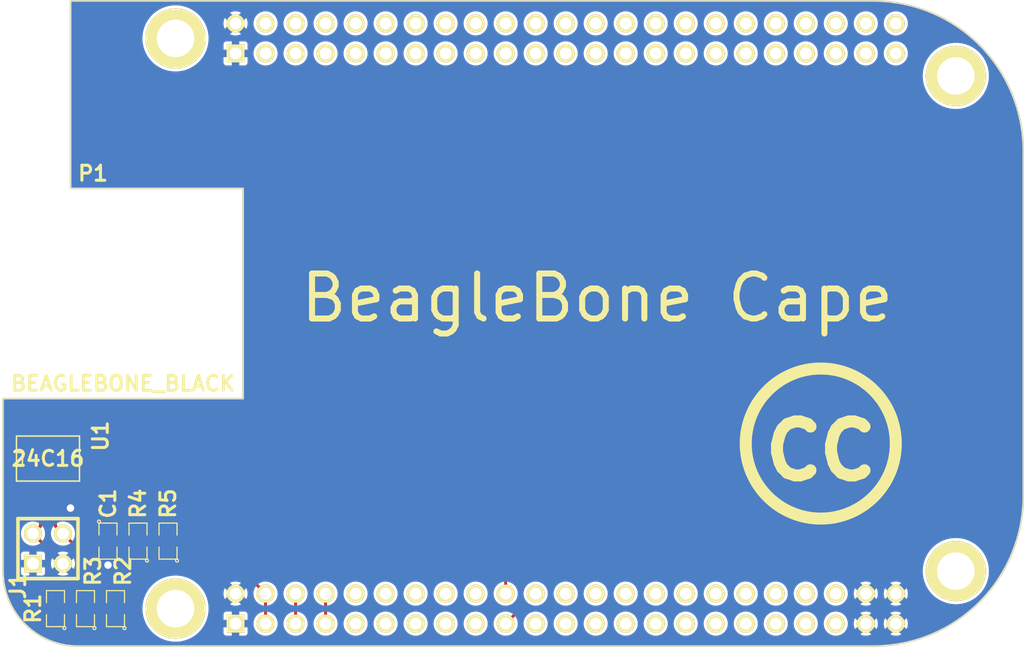
<source format=kicad_pcb>
(kicad_pcb (version 20221018) (generator pcbnew)
  (title_block (title "BeagleBone Black Cape") (rev "1.0") (company "Vector Null"))
  (layers (0 "F.Cu" signal) (31 "B.Cu" signal) (34 "B.Paste" user) (35 "F.Paste" user) (36 "B.SilkS" user) (37 "F.SilkS" user) (38 "B.Mask" user) (39 "F.Mask" user) (44 "Edge.Cuts" user))
  (net 0 "")
  (net 1 "/A0")
  (net 2 "/A1")
  (net 3 "/A2")
  (net 4 "/DC_3.3V")
  (net 5 "/I2C2_SCL")
  (net 6 "/I2C2_SDA")
  (net 7 "/SYS_5V")
  (net 8 "/VDD_5V")
  (net 9 "GND")
  (footprint "SO8E" (layer "F.Cu") (at 100.33 123.825)
    (fp_text reference "U1" (at 4.445 -1.905 90) (layer "F.SilkS") (effects (font (size 1.27 1.27) (thickness 0.254))))
    (fp_text value "24C16" (at 0 0) (layer "F.SilkS") (effects (font (size 1.27 1.27) (thickness 0.254))))
    (fp_line (start -2.667 -1.905) (end -2.667 1.778) (stroke (width 0.127)) (layer "F.SilkS"))
    (fp_line (start -2.667 -0.508) (end -2.159 -0.508) (stroke (width 0.127)) (layer "F.SilkS"))
    (fp_line (start -2.667 1.778) (end -2.667 1.905) (stroke (width 0.127)) (layer "F.SilkS"))
    (fp_line (start -2.667 1.905) (end 2.667 1.905) (stroke (width 0.127)) (layer "F.SilkS"))
    (fp_line (start -2.159 -0.508) (end -2.159 0.508) (stroke (width 0.127)) (layer "F.SilkS"))
    (fp_line (start -2.159 0.508) (end -2.667 0.508) (stroke (width 0.127)) (layer "F.SilkS"))
    (fp_line (start 2.667 -1.905) (end -2.667 -1.905) (stroke (width 0.127)) (layer "F.SilkS"))
    (fp_line (start 2.667 -1.905) (end 2.667 1.905) (stroke (width 0.127)) (layer "F.SilkS"))
    (pad "1" smd rect (at -1.905 2.667) (size 0.59944 1.39954) (layers "F.Cu" "F.Paste" "F.Mask") (net 1 "/A0"))
    (pad "2" smd rect (at -0.635 2.667) (size 0.59944 1.39954) (layers "F.Cu" "F.Paste" "F.Mask") (net 2 "/A1"))
    (pad "3" smd rect (at 0.635 2.667) (size 0.59944 1.39954) (layers "F.Cu" "F.Paste" "F.Mask") (net 3 "/A2"))
    (pad "4" smd rect (at 1.905 2.667) (size 0.59944 1.39954) (layers "F.Cu" "F.Paste" "F.Mask") (net 9 "GND"))
    (pad "5" smd rect (at 1.905 -2.667) (size 0.59944 1.39954) (layers "F.Cu" "F.Paste" "F.Mask") (net 6 "/I2C2_SDA"))
    (pad "6" smd rect (at 0.635 -2.667) (size 0.59944 1.39954) (layers "F.Cu" "F.Paste" "F.Mask") (net 5 "/I2C2_SCL"))
    (pad "7" smd rect (at -0.635 -2.667) (size 0.59944 1.39954) (layers "F.Cu" "F.Paste" "F.Mask"))
    (pad "8" smd rect (at -1.905 -2.667) (size 0.59944 1.39954) (layers "F.Cu" "F.Paste" "F.Mask") (net 4 "/DC_3.3V"))
  )
  (footprint "SM0805" (layer "F.Cu") (at 103.505 136.525 90)
    (fp_text reference "R3" (at 3.175 0.635 90) (layer "F.SilkS") (effects (font (size 1.27 1.27) (thickness 0.254))))
    (fp_text value "4.7k" hide)
    (fp_line (start -1.524 -0.762) (end -0.508 -0.762) (stroke (width 0.09906)) (layer "F.SilkS"))
    (fp_line (start -1.524 0.762) (end -1.524 -0.762) (stroke (width 0.09906)) (layer "F.SilkS"))
    (fp_line (start -0.508 0.762) (end -1.524 0.762) (stroke (width 0.09906)) (layer "F.SilkS"))
    (fp_line (start 0.508 -0.762) (end 1.524 -0.762) (stroke (width 0.09906)) (layer "F.SilkS"))
    (fp_line (start 1.524 -0.762) (end 1.524 0.762) (stroke (width 0.09906)) (layer "F.SilkS"))
    (fp_line (start 1.524 0.762) (end 0.508 0.762) (stroke (width 0.09906)) (layer "F.SilkS"))
    (fp_circle (center -1.651 0.762) (end -1.651 0.635) (stroke (width 0.09906)) (fill none) (layer "F.SilkS"))
    (pad "1" smd rect (at -0.9525 0 90) (size 0.889 1.397) (layers "F.Cu" "F.Paste" "F.Mask") (net 4 "/DC_3.3V"))
    (pad "2" smd rect (at 0.9525 0 90) (size 0.889 1.397) (layers "F.Cu" "F.Paste" "F.Mask") (net 1 "/A0"))
  )
  (footprint "SM0805" (layer "F.Cu") (at 106.045 136.525 90)
    (fp_text reference "R2" (at 3.175 0.635 90) (layer "F.SilkS") (effects (font (size 1.27 1.27) (thickness 0.254))))
    (fp_text value "4.7k" hide)
    (fp_line (start -1.524 -0.762) (end -0.508 -0.762) (stroke (width 0.09906)) (layer "F.SilkS"))
    (fp_line (start -1.524 0.762) (end -1.524 -0.762) (stroke (width 0.09906)) (layer "F.SilkS"))
    (fp_line (start -0.508 0.762) (end -1.524 0.762) (stroke (width 0.09906)) (layer "F.SilkS"))
    (fp_line (start 0.508 -0.762) (end 1.524 -0.762) (stroke (width 0.09906)) (layer "F.SilkS"))
    (fp_line (start 1.524 -0.762) (end 1.524 0.762) (stroke (width 0.09906)) (layer "F.SilkS"))
    (fp_line (start 1.524 0.762) (end 0.508 0.762) (stroke (width 0.09906)) (layer "F.SilkS"))
    (fp_circle (center -1.651 0.762) (end -1.651 0.635) (stroke (width 0.09906)) (fill none) (layer "F.SilkS"))
    (pad "1" smd rect (at -0.9525 0 90) (size 0.889 1.397) (layers "F.Cu" "F.Paste" "F.Mask") (net 4 "/DC_3.3V"))
    (pad "2" smd rect (at 0.9525 0 90) (size 0.889 1.397) (layers "F.Cu" "F.Paste" "F.Mask") (net 3 "/A2"))
  )
  (footprint "SM0805" (layer "F.Cu") (at 100.965 136.525 90)
    (fp_text reference "R1" (at 0 -1.905 90) (layer "F.SilkS") (effects (font (size 1.27 1.27) (thickness 0.254))))
    (fp_text value "4.7k" hide)
    (fp_line (start -1.524 -0.762) (end -0.508 -0.762) (stroke (width 0.09906)) (layer "F.SilkS"))
    (fp_line (start -1.524 0.762) (end -1.524 -0.762) (stroke (width 0.09906)) (layer "F.SilkS"))
    (fp_line (start -0.508 0.762) (end -1.524 0.762) (stroke (width 0.09906)) (layer "F.SilkS"))
    (fp_line (start 0.508 -0.762) (end 1.524 -0.762) (stroke (width 0.09906)) (layer "F.SilkS"))
    (fp_line (start 1.524 -0.762) (end 1.524 0.762) (stroke (width 0.09906)) (layer "F.SilkS"))
    (fp_line (start 1.524 0.762) (end 0.508 0.762) (stroke (width 0.09906)) (layer "F.SilkS"))
    (fp_circle (center -1.651 0.762) (end -1.651 0.635) (stroke (width 0.09906)) (fill none) (layer "F.SilkS"))
    (pad "1" smd rect (at -0.9525 0 90) (size 0.889 1.397) (layers "F.Cu" "F.Paste" "F.Mask") (net 4 "/DC_3.3V"))
    (pad "2" smd rect (at 0.9525 0 90) (size 0.889 1.397) (layers "F.Cu" "F.Paste" "F.Mask") (net 2 "/A1"))
  )
  (footprint "SM0805" (layer "F.Cu") (at 107.95 130.81 90)
    (fp_text reference "R4" (at 3.175 0 90) (layer "F.SilkS") (effects (font (size 1.27 1.27) (thickness 0.254))))
    (fp_text value "1.5k" hide)
    (fp_line (start -1.524 -0.762) (end -0.508 -0.762) (stroke (width 0.09906)) (layer "F.SilkS"))
    (fp_line (start -1.524 0.762) (end -1.524 -0.762) (stroke (width 0.09906)) (layer "F.SilkS"))
    (fp_line (start -0.508 0.762) (end -1.524 0.762) (stroke (width 0.09906)) (layer "F.SilkS"))
    (fp_line (start 0.508 -0.762) (end 1.524 -0.762) (stroke (width 0.09906)) (layer "F.SilkS"))
    (fp_line (start 1.524 -0.762) (end 1.524 0.762) (stroke (width 0.09906)) (layer "F.SilkS"))
    (fp_line (start 1.524 0.762) (end 0.508 0.762) (stroke (width 0.09906)) (layer "F.SilkS"))
    (fp_circle (center -1.651 0.762) (end -1.651 0.635) (stroke (width 0.09906)) (fill none) (layer "F.SilkS"))
    (pad "1" smd rect (at -0.9525 0 90) (size 0.889 1.397) (layers "F.Cu" "F.Paste" "F.Mask") (net 4 "/DC_3.3V"))
    (pad "2" smd rect (at 0.9525 0 90) (size 0.889 1.397) (layers "F.Cu" "F.Paste" "F.Mask") (net 5 "/I2C2_SCL"))
  )
  (footprint "SM0805" (layer "F.Cu") (at 110.49 130.81 90)
    (fp_text reference "R5" (at 3.175 0 90) (layer "F.SilkS") (effects (font (size 1.27 1.27) (thickness 0.254))))
    (fp_text value "1.5k" hide)
    (fp_line (start -1.524 -0.762) (end -0.508 -0.762) (stroke (width 0.09906)) (layer "F.SilkS"))
    (fp_line (start -1.524 0.762) (end -1.524 -0.762) (stroke (width 0.09906)) (layer "F.SilkS"))
    (fp_line (start -0.508 0.762) (end -1.524 0.762) (stroke (width 0.09906)) (layer "F.SilkS"))
    (fp_line (start 0.508 -0.762) (end 1.524 -0.762) (stroke (width 0.09906)) (layer "F.SilkS"))
    (fp_line (start 1.524 -0.762) (end 1.524 0.762) (stroke (width 0.09906)) (layer "F.SilkS"))
    (fp_line (start 1.524 0.762) (end 0.508 0.762) (stroke (width 0.09906)) (layer "F.SilkS"))
    (fp_circle (center -1.651 0.762) (end -1.651 0.635) (stroke (width 0.09906)) (fill none) (layer "F.SilkS"))
    (pad "1" smd rect (at -0.9525 0 90) (size 0.889 1.397) (layers "F.Cu" "F.Paste" "F.Mask") (net 4 "/DC_3.3V"))
    (pad "2" smd rect (at 0.9525 0 90) (size 0.889 1.397) (layers "F.Cu" "F.Paste" "F.Mask") (net 6 "/I2C2_SDA"))
  )
  (footprint "SM0805" (layer "F.Cu") (at 105.41 130.81 -90)
    (fp_text reference "C1" (at -3.175 0 270) (layer "F.SilkS") (effects (font (size 1.27 1.27) (thickness 0.254))))
    (fp_text value "0.1u" hide)
    (fp_line (start -1.524 -0.762) (end -0.508 -0.762) (stroke (width 0.09906)) (layer "F.SilkS"))
    (fp_line (start -1.524 0.762) (end -1.524 -0.762) (stroke (width 0.09906)) (layer "F.SilkS"))
    (fp_line (start -0.508 0.762) (end -1.524 0.762) (stroke (width 0.09906)) (layer "F.SilkS"))
    (fp_line (start 0.508 -0.762) (end 1.524 -0.762) (stroke (width 0.09906)) (layer "F.SilkS"))
    (fp_line (start 1.524 -0.762) (end 1.524 0.762) (stroke (width 0.09906)) (layer "F.SilkS"))
    (fp_line (start 1.524 0.762) (end 0.508 0.762) (stroke (width 0.09906)) (layer "F.SilkS"))
    (fp_circle (center -1.651 0.762) (end -1.651 0.635) (stroke (width 0.09906)) (fill none) (layer "F.SilkS"))
    (pad "1" smd rect (at -0.9525 0 270) (size 0.889 1.397) (layers "F.Cu" "F.Paste" "F.Mask") (net 4 "/DC_3.3V"))
    (pad "2" smd rect (at 0.9525 0 270) (size 0.889 1.397) (layers "F.Cu" "F.Paste" "F.Mask") (net 9 "GND"))
  )
  (footprint "PIN_ARRAY_2X2" (layer "F.Cu") (at 100.33 131.445)
    (fp_text reference "J1" (at -2.54 3.175 90) (layer "F.SilkS") (effects (font (size 1.27 1.27) (thickness 0.254))))
    (fp_text value "CONN_2X2" hide)
    (fp_line (start -2.54 -2.54) (end 2.54 -2.54) (stroke (width 0.3048)) (layer "F.SilkS"))
    (fp_line (start -2.54 2.54) (end -2.54 -2.54) (stroke (width 0.3048)) (layer "F.SilkS"))
    (fp_line (start 2.54 -2.54) (end 2.54 2.54) (stroke (width 0.3048)) (layer "F.SilkS"))
    (fp_line (start 2.54 2.54) (end -2.54 2.54) (stroke (width 0.3048)) (layer "F.SilkS"))
    (pad "1" thru_hole rect (at -1.27 1.27) (size 1.524 1.524) (drill 1.016) (layers "*.Cu" "*.Mask" "F.SilkS") (net 9 "GND"))
    (pad "2" thru_hole circle (at -1.27 -1.27) (size 1.524 1.524) (drill 1.016) (layers "*.Cu" "*.Mask" "F.SilkS") (net 2 "/A1"))
    (pad "3" thru_hole circle (at 1.27 1.27) (size 1.524 1.524) (drill 1.016) (layers "*.Cu" "*.Mask" "F.SilkS") (net 9 "GND"))
    (pad "4" thru_hole circle (at 1.27 -1.27) (size 1.524 1.524) (drill 1.016) (layers "*.Cu" "*.Mask" "F.SilkS") (net 3 "/A2"))
  )
  (footprint "BEAGLEBONE_BLACK" (layer "F.Cu") (at 96.52 139.7)
    (fp_text reference "P1" (at 7.62 -40.005) (layer "F.SilkS") (effects (font (size 1.27 1.27) (thickness 0.254))))
    (fp_text value "BEAGLEBONE_BLACK" (at 10.16 -22.225) (layer "F.SilkS") (effects (font (size 1.27 1.27) (thickness 0.254))))
    (fp_line (start 0 -20.955) (end 20.32 -20.955) (stroke (width 0.15)) (layer "F.SilkS"))
    (fp_line (start 0 -6.35) (end 0 -20.955) (stroke (width 0.15)) (layer "F.SilkS"))
    (fp_line (start 5.715 -54.61) (end 73.66 -54.61) (stroke (width 0.15)) (layer "F.SilkS"))
    (fp_line (start 5.715 -38.735) (end 5.715 -54.61) (stroke (width 0.15)) (layer "F.SilkS"))
    (fp_line (start 6.35 0) (end 73.66 0) (stroke (width 0.15)) (layer "F.SilkS"))
    (fp_line (start 20.32 -38.735) (end 5.715 -38.735) (stroke (width 0.15)) (layer "F.SilkS"))
    (fp_line (start 20.32 -20.955) (end 20.32 -38.735) (stroke (width 0.15)) (layer "F.SilkS"))
    (fp_line (start 86.36 -41.91) (end 86.36 -12.7) (stroke (width 0.15)) (layer "F.SilkS"))
    (fp_arc (start 6.35 0) (mid 1.859872 -1.859872) (end 0 -6.35) (stroke (width 0.15)) (layer "F.SilkS"))
    (fp_arc (start 73.66 -54.61) (mid 82.640256 -50.890256) (end 86.36 -41.91) (stroke (width 0.15)) (layer "F.SilkS"))
    (fp_arc (start 86.36 -12.7) (mid 82.640256 -3.719744) (end 73.66 0) (stroke (width 0.15)) (layer "F.SilkS"))
    (pad "" thru_hole circle (at 14.605 -51.435) (size 5.08 5.08) (drill 3.175) (layers "*.Cu" "*.Mask" "F.SilkS"))
    (pad "" thru_hole circle (at 14.605 -3.175) (size 5.08 5.08) (drill 3.175) (layers "*.Cu" "*.Mask" "F.SilkS"))
    (pad "" thru_hole circle (at 80.645 -48.26) (size 5.08 5.08) (drill 3.175) (layers "*.Cu" "*.Mask" "F.SilkS"))
    (pad "" thru_hole circle (at 80.645 -6.35) (size 5.08 5.08) (drill 3.175) (layers "*.Cu" "*.Mask" "F.SilkS"))
    (pad "A1" thru_hole rect (at 19.685 -50.165) (size 1.524 1.524) (drill 1.016) (layers "*.Cu" "*.Mask" "F.SilkS") (net 9 "GND"))
    (pad "A2" thru_hole circle (at 19.685 -52.705) (size 1.524 1.524) (drill 1.016) (layers "*.Cu" "*.Mask" "F.SilkS") (net 9 "GND"))
    (pad "A3" thru_hole circle (at 22.225 -50.165) (size 1.524 1.524) (drill 1.016) (layers "*.Cu" "*.Mask" "F.SilkS"))
    (pad "A4" thru_hole circle (at 22.225 -52.705) (size 1.524 1.524) (drill 1.016) (layers "*.Cu" "*.Mask" "F.SilkS"))
    (pad "A5" thru_hole circle (at 24.765 -50.165) (size 1.524 1.524) (drill 1.016) (layers "*.Cu" "*.Mask" "F.SilkS"))
    (pad "A6" thru_hole circle (at 24.765 -52.705) (size 1.524 1.524) (drill 1.016) (layers "*.Cu" "*.Mask" "F.SilkS"))
    (pad "A7" thru_hole circle (at 27.305 -50.165) (size 1.524 1.524) (drill 1.016) (layers "*.Cu" "*.Mask" "F.SilkS"))
    (pad "A8" thru_hole circle (at 27.305 -52.705) (size 1.524 1.524) (drill 1.016) (layers "*.Cu" "*.Mask" "F.SilkS"))
    (pad "A9" thru_hole circle (at 29.845 -50.165) (size 1.524 1.524) (drill 1.016) (layers "*.Cu" "*.Mask" "F.SilkS"))
    (pad "A10" thru_hole circle (at 29.845 -52.705) (size 1.524 1.524) (drill 1.016) (layers "*.Cu" "*.Mask" "F.SilkS"))
    (pad "A11" thru_hole circle (at 32.385 -50.165) (size 1.524 1.524) (drill 1.016) (layers "*.Cu" "*.Mask" "F.SilkS"))
    (pad "A12" thru_hole circle (at 32.385 -52.705) (size 1.524 1.524) (drill 1.016) (layers "*.Cu" "*.Mask" "F.SilkS"))
    (pad "A13" thru_hole circle (at 34.925 -50.165) (size 1.524 1.524) (drill 1.016) (layers "*.Cu" "*.Mask" "F.SilkS"))
    (pad "A14" thru_hole circle (at 34.925 -52.705) (size 1.524 1.524) (drill 1.016) (layers "*.Cu" "*.Mask" "F.SilkS"))
    (pad "A15" thru_hole circle (at 37.465 -50.165) (size 1.524 1.524) (drill 1.016) (layers "*.Cu" "*.Mask" "F.SilkS"))
    (pad "A16" thru_hole circle (at 37.465 -52.705) (size 1.524 1.524) (drill 1.016) (layers "*.Cu" "*.Mask" "F.SilkS"))
    (pad "A17" thru_hole circle (at 40.005 -50.165) (size 1.524 1.524) (drill 1.016) (layers "*.Cu" "*.Mask" "F.SilkS"))
    (pad "A18" thru_hole circle (at 40.005 -52.705) (size 1.524 1.524) (drill 1.016) (layers "*.Cu" "*.Mask" "F.SilkS"))
    (pad "A19" thru_hole circle (at 42.545 -50.165) (size 1.524 1.524) (drill 1.016) (layers "*.Cu" "*.Mask" "F.SilkS"))
    (pad "A20" thru_hole circle (at 42.545 -52.705) (size 1.524 1.524) (drill 1.016) (layers "*.Cu" "*.Mask" "F.SilkS"))
    (pad "A21" thru_hole circle (at 45.085 -50.165) (size 1.524 1.524) (drill 1.016) (layers "*.Cu" "*.Mask" "F.SilkS"))
    (pad "A22" thru_hole circle (at 45.085 -52.705) (size 1.524 1.524) (drill 1.016) (layers "*.Cu" "*.Mask" "F.SilkS"))
    (pad "A23" thru_hole circle (at 47.625 -50.165) (size 1.524 1.524) (drill 1.016) (layers "*.Cu" "*.Mask" "F.SilkS"))
    (pad "A24" thru_hole circle (at 47.625 -52.705) (size 1.524 1.524) (drill 1.016) (layers "*.Cu" "*.Mask" "F.SilkS"))
    (pad "A25" thru_hole circle (at 50.165 -50.165) (size 1.524 1.524) (drill 1.016) (layers "*.Cu" "*.Mask" "F.SilkS"))
    (pad "A26" thru_hole circle (at 50.165 -52.705) (size 1.524 1.524) (drill 1.016) (layers "*.Cu" "*.Mask" "F.SilkS"))
    (pad "A27" thru_hole circle (at 52.705 -50.165) (size 1.524 1.524) (drill 1.016) (layers "*.Cu" "*.Mask" "F.SilkS"))
    (pad "A28" thru_hole circle (at 52.705 -52.705) (size 1.524 1.524) (drill 1.016) (layers "*.Cu" "*.Mask" "F.SilkS"))
    (pad "A29" thru_hole circle (at 55.245 -50.165) (size 1.524 1.524) (drill 1.016) (layers "*.Cu" "*.Mask" "F.SilkS"))
    (pad "A30" thru_hole circle (at 55.245 -52.705) (size 1.524 1.524) (drill 1.016) (layers "*.Cu" "*.Mask" "F.SilkS"))
    (pad "A31" thru_hole circle (at 57.785 -50.165) (size 1.524 1.524) (drill 1.016) (layers "*.Cu" "*.Mask" "F.SilkS"))
    (pad "A32" thru_hole circle (at 57.785 -52.705) (size 1.524 1.524) (drill 1.016) (layers "*.Cu" "*.Mask" "F.SilkS"))
    (pad "A33" thru_hole circle (at 60.325 -50.165) (size 1.524 1.524) (drill 1.016) (layers "*.Cu" "*.Mask" "F.SilkS"))
    (pad "A34" thru_hole circle (at 60.325 -52.705) (size 1.524 1.524) (drill 1.016) (layers "*.Cu" "*.Mask" "F.SilkS"))
    (pad "A35" thru_hole circle (at 62.865 -50.165) (size 1.524 1.524) (drill 1.016) (layers "*.Cu" "*.Mask" "F.SilkS"))
    (pad "A36" thru_hole circle (at 62.865 -52.705) (size 1.524 1.524) (drill 1.016) (layers "*.Cu" "*.Mask" "F.SilkS"))
    (pad "A37" thru_hole circle (at 65.405 -50.165) (size 1.524 1.524) (drill 1.016) (layers "*.Cu" "*.Mask" "F.SilkS"))
    (pad "A38" thru_hole circle (at 65.405 -52.705) (size 1.524 1.524) (drill 1.016) (layers "*.Cu" "*.Mask" "F.SilkS"))
    (pad "A39" thru_hole circle (at 67.945 -50.165) (size 1.524 1.524) (drill 1.016) (layers "*.Cu" "*.Mask" "F.SilkS"))
    (pad "A40" thru_hole circle (at 67.945 -52.705) (size 1.524 1.524) (drill 1.016) (layers "*.Cu" "*.Mask" "F.SilkS"))
    (pad "A41" thru_hole circle (at 70.485 -50.165) (size 1.524 1.524) (drill 1.016) (layers "*.Cu" "*.Mask" "F.SilkS"))
    (pad "A42" thru_hole circle (at 70.485 -52.705) (size 1.524 1.524) (drill 1.016) (layers "*.Cu" "*.Mask" "F.SilkS"))
    (pad "A43" thru_hole circle (at 73.025 -50.165) (size 1.524 1.524) (drill 1.016) (layers "*.Cu" "*.Mask" "F.SilkS"))
    (pad "A44" thru_hole circle (at 73.025 -52.705) (size 1.524 1.524) (drill 1.016) (layers "*.Cu" "*.Mask" "F.SilkS"))
    (pad "A45" thru_hole circle (at 75.565 -50.165) (size 1.524 1.524) (drill 1.016) (layers "*.Cu" "*.Mask" "F.SilkS"))
    (pad "A46" thru_hole circle (at 75.565 -52.705) (size 1.524 1.524) (drill 1.016) (layers "*.Cu" "*.Mask" "F.SilkS"))
    (pad "B1" thru_hole rect (at 19.685 -1.905) (size 1.524 1.524) (drill 1.016) (layers "*.Cu" "*.Mask" "F.SilkS") (net 9 "GND"))
    (pad "B2" thru_hole circle (at 19.685 -4.445) (size 1.524 1.524) (drill 1.016) (layers "*.Cu" "*.Mask" "F.SilkS") (net 9 "GND"))
    (pad "B3" thru_hole circle (at 22.225 -1.905) (size 1.524 1.524) (drill 1.016) (layers "*.Cu" "*.Mask" "F.SilkS") (net 4 "/DC_3.3V"))
    (pad "B4" thru_hole circle (at 22.225 -4.445) (size 1.524 1.524) (drill 1.016) (layers "*.Cu" "*.Mask" "F.SilkS") (net 4 "/DC_3.3V"))
    (pad "B5" thru_hole circle (at 24.765 -1.905) (size 1.524 1.524) (drill 1.016) (layers "*.Cu" "*.Mask" "F.SilkS") (net 8 "/VDD_5V"))
    (pad "B6" thru_hole circle (at 24.765 -4.445) (size 1.524 1.524) (drill 1.016) (layers "*.Cu" "*.Mask" "F.SilkS") (net 8 "/VDD_5V"))
    (pad "B7" thru_hole circle (at 27.305 -1.905) (size 1.524 1.524) (drill 1.016) (layers "*.Cu" "*.Mask" "F.SilkS") (net 7 "/SYS_5V"))
    (pad "B8" thru_hole circle (at 27.305 -4.445) (size 1.524 1.524) (drill 1.016) (layers "*.Cu" "*.Mask" "F.SilkS") (net 7 "/SYS_5V"))
    (pad "B9" thru_hole circle (at 29.845 -1.905) (size 1.524 1.524) (drill 1.016) (layers "*.Cu" "*.Mask" "F.SilkS"))
    (pad "B10" thru_hole circle (at 29.845 -4.445) (size 1.524 1.524) (drill 1.016) (layers "*.Cu" "*.Mask" "F.SilkS"))
    (pad "B11" thru_hole circle (at 32.385 -1.905) (size 1.524 1.524) (drill 1.016) (layers "*.Cu" "*.Mask" "F.SilkS"))
    (pad "B12" thru_hole circle (at 32.385 -4.445) (size 1.524 1.524) (drill 1.016) (layers "*.Cu" "*.Mask" "F.SilkS"))
    (pad "B13" thru_hole circle (at 34.925 -1.905) (size 1.524 1.524) (drill 1.016) (layers "*.Cu" "*.Mask" "F.SilkS"))
    (pad "B14" thru_hole circle (at 34.925 -4.445) (size 1.524 1.524) (drill 1.016) (layers "*.Cu" "*.Mask" "F.SilkS"))
    (pad "B15" thru_hole circle (at 37.465 -1.905) (size 1.524 1.524) (drill 1.016) (layers "*.Cu" "*.Mask" "F.SilkS"))
    (pad "B16" thru_hole circle (at 37.465 -4.445) (size 1.524 1.524) (drill 1.016) (layers "*.Cu" "*.Mask" "F.SilkS"))
    (pad "B17" thru_hole circle (at 40.005 -1.905) (size 1.524 1.524) (drill 1.016) (layers "*.Cu" "*.Mask" "F.SilkS"))
    (pad "B18" thru_hole circle (at 40.005 -4.445) (size 1.524 1.524) (drill 1.016) (layers "*.Cu" "*.Mask" "F.SilkS"))
    (pad "B19" thru_hole circle (at 42.545 -1.905) (size 1.524 1.524) (drill 1.016) (layers "*.Cu" "*.Mask" "F.SilkS") (net 5 "/I2C2_SCL"))
    (pad "B20" thru_hole circle (at 42.545 -4.445) (size 1.524 1.524) (drill 1.016) (layers "*.Cu" "*.Mask" "F.SilkS") (net 6 "/I2C2_SDA"))
    (pad "B21" thru_hole circle (at 45.085 -1.905) (size 1.524 1.524) (drill 1.016) (layers "*.Cu" "*.Mask" "F.SilkS"))
    (pad "B22" thru_hole circle (at 45.085 -4.445) (size 1.524 1.524) (drill 1.016) (layers "*.Cu" "*.Mask" "F.SilkS"))
    (pad "B23" thru_hole circle (at 47.625 -1.905) (size 1.524 1.524) (drill 1.016) (layers "*.Cu" "*.Mask" "F.SilkS"))
    (pad "B24" thru_hole circle (at 47.625 -4.445) (size 1.524 1.524) (drill 1.016) (layers "*.Cu" "*.Mask" "F.SilkS"))
    (pad "B25" thru_hole circle (at 50.165 -1.905) (size 1.524 1.524) (drill 1.016) (layers "*.Cu" "*.Mask" "F.SilkS"))
    (pad "B26" thru_hole circle (at 50.165 -4.445) (size 1.524 1.524) (drill 1.016) (layers "*.Cu" "*.Mask" "F.SilkS"))
    (pad "B27" thru_hole circle (at 52.705 -1.905) (size 1.524 1.524) (drill 1.016) (layers "*.Cu" "*.Mask" "F.SilkS"))
    (pad "B28" thru_hole circle (at 52.705 -4.445) (size 1.524 1.524) (drill 1.016) (layers "*.Cu" "*.Mask" "F.SilkS"))
    (pad "B29" thru_hole circle (at 55.245 -1.905) (size 1.524 1.524) (drill 1.016) (layers "*.Cu" "*.Mask" "F.SilkS"))
    (pad "B30" thru_hole circle (at 55.245 -4.445) (size 1.524 1.524) (drill 1.016) (layers "*.Cu" "*.Mask" "F.SilkS"))
    (pad "B31" thru_hole circle (at 57.785 -1.905) (size 1.524 1.524) (drill 1.016) (layers "*.Cu" "*.Mask" "F.SilkS"))
    (pad "B32" thru_hole circle (at 57.785 -4.445) (size 1.524 1.524) (drill 1.016) (layers "*.Cu" "*.Mask" "F.SilkS"))
    (pad "B33" thru_hole circle (at 60.325 -1.905) (size 1.524 1.524) (drill 1.016) (layers "*.Cu" "*.Mask" "F.SilkS"))
    (pad "B34" thru_hole circle (at 60.325 -4.445) (size 1.524 1.524) (drill 1.016) (layers "*.Cu" "*.Mask" "F.SilkS"))
    (pad "B35" thru_hole circle (at 62.865 -1.905) (size 1.524 1.524) (drill 1.016) (layers "*.Cu" "*.Mask" "F.SilkS"))
    (pad "B36" thru_hole circle (at 62.865 -4.445) (size 1.524 1.524) (drill 1.016) (layers "*.Cu" "*.Mask" "F.SilkS"))
    (pad "B37" thru_hole circle (at 65.405 -1.905) (size 1.524 1.524) (drill 1.016) (layers "*.Cu" "*.Mask" "F.SilkS"))
    (pad "B38" thru_hole circle (at 65.405 -4.445) (size 1.524 1.524) (drill 1.016) (layers "*.Cu" "*.Mask" "F.SilkS"))
    (pad "B39" thru_hole circle (at 67.945 -1.905) (size 1.524 1.524) (drill 1.016) (layers "*.Cu" "*.Mask" "F.SilkS"))
    (pad "B40" thru_hole circle (at 67.945 -4.445) (size 1.524 1.524) (drill 1.016) (layers "*.Cu" "*.Mask" "F.SilkS"))
    (pad "B41" thru_hole circle (at 70.485 -1.905) (size 1.524 1.524) (drill 1.016) (layers "*.Cu" "*.Mask" "F.SilkS"))
    (pad "B42" thru_hole circle (at 70.485 -4.445) (size 1.524 1.524) (drill 1.016) (layers "*.Cu" "*.Mask" "F.SilkS"))
    (pad "B43" thru_hole circle (at 73.025 -1.905) (size 1.524 1.524) (drill 1.016) (layers "*.Cu" "*.Mask" "F.SilkS") (net 9 "GND"))
    (pad "B44" thru_hole circle (at 73.025 -4.445) (size 1.524 1.524) (drill 1.016) (layers "*.Cu" "*.Mask" "F.SilkS") (net 9 "GND"))
    (pad "B45" thru_hole circle (at 75.565 -1.905) (size 1.524 1.524) (drill 1.016) (layers "*.Cu" "*.Mask" "F.SilkS") (net 9 "GND"))
    (pad "B46" thru_hole circle (at 75.565 -4.445) (size 1.524 1.524) (drill 1.016) (layers "*.Cu" "*.Mask" "F.SilkS") (net 9 "GND"))
  )
  (gr_circle (center 165.735 122.555) (end 172.085 122.555) (stroke (width 1.016)) (fill none) (layer "F.SilkS"))
  (gr_line (start 102.87 139.7) (end 170.18 139.7) (stroke (width 0.1)) (layer "Edge.Cuts"))
  (gr_line (start 116.84 100.965) (end 102.235 100.965) (stroke (width 0.1)) (layer "Edge.Cuts"))
  (gr_line (start 96.52 133.35) (end 96.52 118.745) (stroke (width 0.1)) (layer "Edge.Cuts"))
  (gr_line (start 182.88 97.79) (end 182.88 127) (stroke (width 0.1)) (layer "Edge.Cuts"))
  (gr_line (start 102.235 85.09) (end 170.18 85.09) (stroke (width 0.1)) (layer "Edge.Cuts"))
  (gr_arc (start 182.88 127) (mid 179.160256 135.980256) (end 170.18 139.7) (stroke (width 0.1)) (layer "Edge.Cuts"))
  (gr_arc (start 102.87 139.7) (mid 98.379872 137.840128) (end 96.52 133.35) (stroke (width 0.1)) (layer "Edge.Cuts"))
  (gr_line (start 96.52 118.745) (end 116.84 118.745) (stroke (width 0.1)) (layer "Edge.Cuts"))
  (gr_line (start 102.235 100.965) (end 102.235 85.09) (stroke (width 0.1)) (layer "Edge.Cuts"))
  (gr_line (start 116.84 118.745) (end 116.84 100.965) (stroke (width 0.1)) (layer "Edge.Cuts"))
  (gr_arc (start 170.18 85.09) (mid 179.160256 88.809744) (end 182.88 97.79) (stroke (width 0.1)) (layer "Edge.Cuts"))
  (gr_text "BeagleBone Cape" (at 146.812 110.236) (layer "F.SilkS") (effects (font (size 3.81 3.81) (thickness 0.508))))
  (gr_text "CC" (at 165.735 123.19) (layer "F.SilkS") (effects (font (size 4.572 4.572) (thickness 1.016))))
  (segment (start 98.425 128.016) (end 97.663 128.778) (width 0.254) (layer "F.Cu") (net 1))
  (segment (start 97.663 128.778) (end 97.663 134.874) (width 0.254) (layer "F.Cu") (net 1))
  (segment (start 97.663 134.874) (end 99.314 136.525) (width 0.254) (layer "F.Cu") (net 1))
  (segment (start 99.314 136.525) (end 102.5525 136.525) (width 0.254) (layer "F.Cu") (net 1))
  (segment (start 102.5525 136.525) (end 103.505 135.5725) (width 0.254) (layer "F.Cu") (net 1))
  (segment (start 98.425 126.492) (end 98.425 128.016) (width 0.254) (layer "F.Cu") (net 1))
  (segment (start 99.695 129.54) (end 99.06 130.175) (width 0.254) (layer "F.Cu") (net 2))
  (segment (start 100.33 131.445) (end 100.33 133.858) (width 0.254) (layer "F.Cu") (net 2))
  (segment (start 100.33 133.858) (end 100.965 134.493) (width 0.254) (layer "F.Cu") (net 2))
  (segment (start 100.965 134.493) (end 100.965 135.5725) (width 0.254) (layer "F.Cu") (net 2))
  (segment (start 99.06 130.175) (end 100.33 131.445) (width 0.254) (layer "F.Cu") (net 2))
  (segment (start 99.695 126.492) (end 99.695 129.54) (width 0.254) (layer "F.Cu") (net 2))
  (segment (start 100.965 129.54) (end 101.6 130.175) (width 0.254) (layer "F.Cu") (net 3))
  (segment (start 101.6 130.175) (end 106.045 134.62) (width 0.254) (layer "F.Cu") (net 3))
  (segment (start 106.045 134.62) (end 106.045 135.5725) (width 0.254) (layer "F.Cu") (net 3))
  (segment (start 100.965 126.492) (end 100.965 129.54) (width 0.254) (layer "F.Cu") (net 3))
  (segment (start 105.41 130.429) (end 105.791 130.81) (width 0.254) (layer "F.Cu") (net 4))
  (segment (start 105.791 130.81) (end 106.299 130.81) (width 0.254) (layer "F.Cu") (net 4))
  (segment (start 106.299 130.81) (end 107.2515 131.7625) (width 0.254) (layer "F.Cu") (net 4))
  (segment (start 107.2515 131.7625) (end 110.49 131.7625) (width 0.254) (layer "F.Cu") (net 4))
  (segment (start 105.41 127.381) (end 100.965 122.936) (width 0.254) (layer "F.Cu") (net 4))
  (segment (start 100.965 122.936) (end 99.187 122.936) (width 0.254) (layer "F.Cu") (net 4))
  (segment (start 99.187 122.936) (end 98.425 122.174) (width 0.254) (layer "F.Cu") (net 4))
  (segment (start 98.425 122.174) (end 98.425 121.158) (width 0.254) (layer "F.Cu") (net 4))
  (segment (start 107.95 136.779) (end 107.2515 137.4775) (width 0.254) (layer "F.Cu") (net 4))
  (segment (start 107.2515 137.4775) (end 106.045 137.4775) (width 0.254) (layer "F.Cu") (net 4))
  (segment (start 112.776 131.7625) (end 114.9985 133.985) (width 0.254) (layer "F.Cu") (net 4))
  (segment (start 114.9985 133.985) (end 117.475 133.985) (width 0.254) (layer "F.Cu") (net 4))
  (segment (start 117.475 133.985) (end 118.745 135.255) (width 0.254) (layer "F.Cu") (net 4))
  (segment (start 105.41 129.8575) (end 105.41 127.381) (width 0.254) (layer "F.Cu") (net 4))
  (segment (start 118.745 135.255) (end 118.745 137.795) (width 0.254) (layer "F.Cu") (net 4))
  (segment (start 107.95 131.7625) (end 107.95 136.779) (width 0.254) (layer "F.Cu") (net 4))
  (segment (start 105.41 129.8575) (end 105.41 130.429) (width 0.254) (layer "F.Cu") (net 4))
  (segment (start 110.49 131.7625) (end 112.776 131.7625) (width 0.254) (layer "F.Cu") (net 4))
  (segment (start 103.505 137.4775) (end 100.965 137.4775) (width 0.254) (layer "F.Cu") (net 4))
  (segment (start 106.045 137.4775) (end 103.505 137.4775) (width 0.254) (layer "F.Cu") (net 4))
  (segment (start 104.013 124.333) (end 107.95 128.27) (width 0.254) (layer "F.Cu") (net 5))
  (segment (start 107.95 128.27) (end 107.95 128.651) (width 0.254) (layer "F.Cu") (net 5))
  (segment (start 107.95 128.651) (end 107.95 129.8575) (width 0.254) (layer "F.Cu") (net 5))
  (segment (start 111.125 128.651) (end 115.443 132.969) (width 0.254) (layer "F.Cu") (net 5))
  (segment (start 115.443 132.969) (end 139.192 132.969) (width 0.254) (layer "F.Cu") (net 5))
  (segment (start 139.192 132.969) (end 140.335 134.112) (width 0.254) (layer "F.Cu") (net 5))
  (segment (start 140.335 134.112) (end 140.335 136.525) (width 0.254) (layer "F.Cu") (net 5))
  (segment (start 140.335 136.525) (end 139.065 137.795) (width 0.254) (layer "F.Cu") (net 5))
  (segment (start 100.965 120.142) (end 101.727 119.38) (width 0.254) (layer "F.Cu") (net 5))
  (segment (start 101.727 119.38) (end 103.251 119.38) (width 0.254) (layer "F.Cu") (net 5))
  (segment (start 103.251 119.38) (end 104.013 120.142) (width 0.254) (layer "F.Cu") (net 5))
  (segment (start 104.013 120.142) (end 104.013 124.333) (width 0.254) (layer "F.Cu") (net 5))
  (segment (start 100.965 121.158) (end 100.965 120.142) (width 0.254) (layer "F.Cu") (net 5))
  (segment (start 107.95 128.651) (end 111.125 128.651) (width 0.254) (layer "F.Cu") (net 5))
  (segment (start 106.68 127.762) (end 106.68 130.429) (width 0.254) (layer "F.Cu") (net 6))
  (segment (start 106.68 130.429) (end 107.061 130.81) (width 0.254) (layer "F.Cu") (net 6))
  (segment (start 107.061 130.81) (end 109.22 130.81) (width 0.254) (layer "F.Cu") (net 6))
  (segment (start 111.5695 129.8575) (end 115.189 133.477) (width 0.254) (layer "F.Cu") (net 6))
  (segment (start 115.189 133.477) (end 138.43 133.477) (width 0.254) (layer "F.Cu") (net 6))
  (segment (start 138.43 133.477) (end 139.065 134.112) (width 0.254) (layer "F.Cu") (net 6))
  (segment (start 139.065 134.112) (end 139.065 135.255) (width 0.254) (layer "F.Cu") (net 6))
  (segment (start 102.235 120.142) (end 102.489 119.888) (width 0.254) (layer "F.Cu") (net 6))
  (segment (start 102.489 119.888) (end 102.997 119.888) (width 0.254) (layer "F.Cu") (net 6))
  (segment (start 102.997 119.888) (end 103.251 120.142) (width 0.254) (layer "F.Cu") (net 6))
  (segment (start 103.251 120.142) (end 103.251 124.333) (width 0.254) (layer "F.Cu") (net 6))
  (segment (start 103.251 124.333) (end 106.68 127.762) (width 0.254) (layer "F.Cu") (net 6))
  (segment (start 110.1725 129.8575) (end 109.22 130.81) (width 0.254) (layer "F.Cu") (net 6))
  (segment (start 110.49 129.8575) (end 110.1725 129.8575) (width 0.254) (layer "F.Cu") (net 6))
  (segment (start 110.49 129.8575) (end 111.5695 129.8575) (width 0.254) (layer "F.Cu") (net 6))
  (segment (start 102.235 121.158) (end 102.235 120.142) (width 0.254) (layer "F.Cu") (net 6))
  (segment (start 123.825 135.255) (end 123.825 137.795) (width 0.254) (layer "F.Cu") (net 7))
  (segment (start 121.285 135.255) (end 121.285 137.795) (width 0.254) (layer "F.Cu") (net 8))
  (segment (start 105.41 131.7625) (end 105.41 132.842) (width 0.254) (layer "F.Cu") (net 9))
  (segment (start 102.235 126.492) (end 102.235 128.016) (width 0.254) (layer "F.Cu") (net 9))
  (via (at 105.41 132.842) (size 0.889) (drill 0.635) (layers "F.Cu" "B.Cu") (net 9))
  (via (at 102.235 128.016) (size 0.889) (drill 0.635) (layers "F.Cu" "B.Cu") (net 9))
  (zone (net 9) (net_name "GND") (layer "B.Cu") (connect_pads (clearance 0.254)) (min_thickness 0.254) (fill yes (thermal_gap 0.254) (thermal_bridge_width 0.635))
    (polygon (pts (xy 182.88 139.7) (xy 96.52 139.7) (xy 96.52 85.09) (xy 182.88 85.09)))
  )
)
</source>
